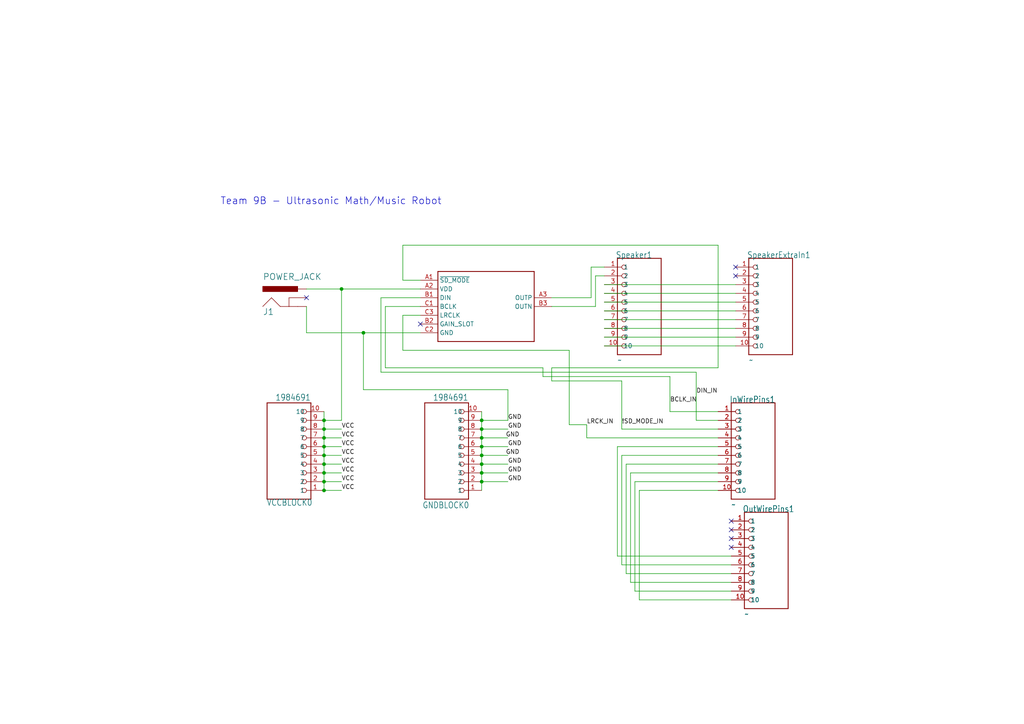
<source format=kicad_sch>
(kicad_sch (version 20231120) (generator "eeschema") (generator_version "8.0")
  (paper "A4")
  (lib_symbols
    (symbol "PCB Audio Schematic-eagle-import:1984691"
      (property "Reference" "J" (at -6.85 15.24 0))
      (symbol "1984691_1_0"
        (circle (center -4.445 -10.16) (radius 0.635) (stroke (width 0.1524)))
        (circle (center -4.445 -7.62) (radius 0.635) (stroke (width 0.1524)))
        (circle (center -4.445 -5.08) (radius 0.635) (stroke (width 0.1524)))
        (circle (center -4.445 -2.54) (radius 0.635) (stroke (width 0.1524)))
        (circle (center -4.445 0) (radius 0.635) (stroke (width 0.1524)))
        (circle (center -4.445 2.54) (radius 0.635) (stroke (width 0.1524)))
        (circle (center -4.445 5.08) (radius 0.635) (stroke (width 0.1524)))
        (circle (center -4.445 7.62) (radius 0.635) (stroke (width 0.1524)))
        (circle (center -4.445 10.16) (radius 0.635) (stroke (width 0.1524)))
        (circle (center -4.445 12.7) (radius 0.635) (stroke (width 0.1524)))
        (polyline (pts (xy -6.35 -12.7) (xy -6.35 15.24)) (stroke (width 0.254)))
        (polyline (pts (xy -6.35 15.24) (xy 6.35 15.24)) (stroke (width 0.254)))
        (polyline (pts (xy 6.35 -12.7) (xy -6.35 -12.7)) (stroke (width 0.254)))
        (polyline (pts (xy 6.35 15.24) (xy 6.35 -12.7)) (stroke (width 0.254)))
        (pin passive line (at -10.16 12.7 0) (length 5.08) (name "1") (number "1"))
        (pin passive line (at -10.16 -10.16 0) (length 5.08) (name "10") (number "10"))
        (pin passive line (at -10.16 10.16 0) (length 5.08) (name "2") (number "2"))
        (pin passive line (at -10.16 7.62 0) (length 5.08) (name "3") (number "3"))
        (pin passive line (at -10.16 5.08 0) (length 5.08) (name "4") (number "4"))
        (pin passive line (at -10.16 2.54 0) (length 5.08) (name "5") (number "5"))
        (pin passive line (at -10.16 0 0) (length 5.08) (name "6") (number "6"))
        (pin passive line (at -10.16 -2.54 0) (length 5.08) (name "7") (number "7"))
        (pin passive line (at -10.16 -5.08 0) (length 5.08) (name "8") (number "8"))
        (pin passive line (at -10.16 -7.62 0) (length 5.08) (name "9") (number "9"))
      )
    )
    (symbol "PCB Audio Schematic-eagle-import:MAX98357A"
      (symbol "MAX98357A_1_0"
        (polyline (pts (xy -12.7 -10.16) (xy 15.24 -10.16)) (stroke (width 0.254)))
        (polyline (pts (xy -12.7 10.16) (xy -12.7 -10.16)) (stroke (width 0.254)))
        (polyline (pts (xy 15.24 -10.16) (xy 15.24 10.16)) (stroke (width 0.254)))
        (polyline (pts (xy 15.24 10.16) (xy -12.7 10.16)) (stroke (width 0.254)))
        (pin bidirectional line (at -17.78 7.62 0) (length 5.08) (name "~{SD_MODE}") (number "A1"))
        (pin bidirectional line (at -17.78 5.08 0) (length 5.08) (name "VDD") (number "A2"))
        (pin bidirectional line (at 20.32 2.54 180) (length 5.08) (name "OUTP") (number "A3"))
        (pin bidirectional line (at -17.78 2.54 0) (length 5.08) (name "DIN") (number "B1"))
        (pin bidirectional line (at -17.78 -5.08 0) (length 5.08) (name "GAIN_SLOT") (number "B2"))
        (pin bidirectional line (at 20.32 0 180) (length 5.08) (name "OUTN") (number "B3"))
        (pin bidirectional line (at -17.78 0 0) (length 5.08) (name "BCLK") (number "C1"))
        (pin bidirectional line (at -17.78 -7.62 0) (length 5.08) (name "GND") (number "C2"))
        (pin bidirectional line (at -17.78 -2.54 0) (length 5.08) (name "LRCLK") (number "C3"))
      )
    )
    (symbol "PCB Audio Schematic-eagle-import:POWER_JACK"
      (symbol "POWER_JACK_1_0"
        (rectangle (start -10.16 6.858) (end 0 8.382) (fill (type outline)))
        (polyline (pts (xy -10.16 2.54) (xy -7.62 5.08)) (stroke (width 0.1524)))
        (polyline (pts (xy -7.62 5.08) (xy -5.08 2.54)) (stroke (width 0.1524)))
        (polyline (pts (xy -5.08 2.54) (xy -2.54 2.54)) (stroke (width 0.1524)))
        (polyline (pts (xy -2.54 2.54) (xy -2.54 5.08)) (stroke (width 0.1524)))
        (polyline (pts (xy -2.54 2.54) (xy 0 2.54)) (stroke (width 0.1524)))
        (polyline (pts (xy -2.54 5.08) (xy 0 5.08)) (stroke (width 0.1524)))
        (pin bidirectional line (at 2.54 2.54 180) (length 2.54) (name "GND") (number "GND"))
        (pin bidirectional line (at 2.54 5.08 180) (length 2.54) (name "GNDBREAK") (number "GNDBREAK"))
        (pin bidirectional line (at 2.54 7.62 180) (length 2.54) (name "PWR") (number "PWR"))
      )
    )
  )
  (junction (at 139.7 137.16))
  (junction (at 139.7 129.54))
  (junction (at 139.7 134.62))
  (junction (at 139.7 132.08))
  (junction (at 93.98 124.46))
  (junction (at 99.06 83.82))
  (junction (at 93.98 132.08))
  (junction (at 93.98 139.7))
  (junction (at 93.98 129.54))
  (junction (at 139.7 121.92))
  (junction (at 93.98 127))
  (junction (at 105.41 96.52))
  (junction (at 139.7 127))
  (junction (at 93.98 134.62))
  (junction (at 93.98 121.92))
  (junction (at 139.7 139.7))
  (junction (at 93.98 142.24))
  (junction (at 139.7 124.46))
  (junction (at 93.98 137.16))
  (no_connect (at 121.92 93.98))
  (no_connect (at 212.09 153.67))
  (no_connect (at 88.9 86.36))
  (no_connect (at 212.09 156.21))
  (no_connect (at 213.36 77.47))
  (no_connect (at 212.09 151.13))
  (no_connect (at 213.36 80.01))
  (no_connect (at 212.09 158.75))
  (wire (pts (xy 147.32 137.16) (xy 139.7 137.16)) (stroke (width 0.1524)))
  (wire (pts (xy 180.34 110.49) (xy 160.02 110.49)))
  (wire (pts (xy 175.26 97.79) (xy 213.36 97.79)))
  (wire (pts (xy 165.1 101.6) (xy 165.1 123.19)) (stroke (width 0.1524)))
  (wire (pts (xy 165.1 123.19) (xy 170.18 123.19)) (stroke (width 0.1524)))
  (wire (pts (xy 121.92 88.9) (xy 111.76 88.9)) (stroke (width 0.1524)))
  (wire (pts (xy 208.28 124.46) (xy 180.34 124.46)))
  (wire (pts (xy 184.15 171.45) (xy 184.15 139.7)))
  (wire (pts (xy 172.72 80.01) (xy 175.26 80.01)))
  (wire (pts (xy 157.48 106.68) (xy 111.76 106.68)) (stroke (width 0.1524)))
  (wire (pts (xy 171.45 77.47) (xy 175.26 77.47)))
  (wire (pts (xy 212.09 163.83) (xy 180.34 163.83)))
  (wire (pts (xy 160.02 88.9) (xy 172.72 88.9)))
  (wire (pts (xy 116.84 81.28) (xy 116.84 71.12)) (stroke (width 0.1524)))
  (wire (pts (xy 88.9 83.82) (xy 99.06 83.82)) (stroke (width 0.1524)))
  (wire (pts (xy 180.34 163.83) (xy 180.34 132.08)))
  (wire (pts (xy 93.98 134.62) (xy 93.98 137.16)) (stroke (width 0.1524)))
  (wire (pts (xy 139.7 139.7) (xy 139.7 142.24)) (stroke (width 0.1524)))
  (wire (pts (xy 175.26 100.33) (xy 213.36 100.33)))
  (wire (pts (xy 110.49 107.95) (xy 201.93 107.95)))
  (wire (pts (xy 181.61 134.62) (xy 208.28 134.62)))
  (wire (pts (xy 208.28 106.68) (xy 160.02 106.68)) (stroke (width 0.1524)))
  (wire (pts (xy 121.92 91.44) (xy 116.84 91.44)) (stroke (width 0.1524)))
  (wire (pts (xy 93.98 121.92) (xy 93.98 124.46)) (stroke (width 0.1524)))
  (wire (pts (xy 99.06 129.54) (xy 93.98 129.54)) (stroke (width 0.1524)))
  (wire (pts (xy 184.15 139.7) (xy 208.28 139.7)))
  (wire (pts (xy 121.92 81.28) (xy 116.84 81.28)) (stroke (width 0.1524)))
  (wire (pts (xy 175.26 82.55) (xy 213.36 82.55)))
  (wire (pts (xy 170.18 127) (xy 208.28 127)) (stroke (width 0.1524)))
  (wire (pts (xy 99.06 134.62) (xy 93.98 134.62)) (stroke (width 0.1524)))
  (wire (pts (xy 180.34 110.49) (xy 180.34 124.46)))
  (wire (pts (xy 93.98 137.16) (xy 93.98 139.7)) (stroke (width 0.1524)))
  (wire (pts (xy 212.09 166.37) (xy 181.61 166.37)))
  (wire (pts (xy 139.7 132.08) (xy 139.7 134.62)) (stroke (width 0.1524)))
  (wire (pts (xy 147.32 134.62) (xy 139.7 134.62)) (stroke (width 0.1524)))
  (wire (pts (xy 110.49 86.36) (xy 110.49 107.95)))
  (wire (pts (xy 105.41 113.03) (xy 147.32 113.03)) (stroke (width 0.1524)))
  (wire (pts (xy 179.07 161.29) (xy 179.07 129.54)))
  (wire (pts (xy 139.7 127) (xy 139.7 129.54)) (stroke (width 0.1524)))
  (wire (pts (xy 201.93 107.95) (xy 201.93 121.92)))
  (wire (pts (xy 147.32 121.92) (xy 139.7 121.92)) (stroke (width 0.1524)))
  (wire (pts (xy 185.42 173.99) (xy 185.42 142.24)))
  (wire (pts (xy 180.34 132.08) (xy 208.28 132.08)))
  (wire (pts (xy 99.06 83.82) (xy 121.92 83.82)) (stroke (width 0.1524)))
  (wire (pts (xy 93.98 119.38) (xy 93.98 121.92)) (stroke (width 0.1524)))
  (wire (pts (xy 194.31 109.22) (xy 157.48 109.22)))
  (wire (pts (xy 175.26 85.09) (xy 213.36 85.09)))
  (wire (pts (xy 175.26 92.71) (xy 213.36 92.71)))
  (wire (pts (xy 93.98 129.54) (xy 93.98 132.08)) (stroke (width 0.1524)))
  (wire (pts (xy 175.26 90.17) (xy 213.36 90.17)))
  (wire (pts (xy 194.31 119.38) (xy 208.28 119.38)))
  (wire (pts (xy 157.48 109.22) (xy 157.48 106.68)) (stroke (width 0.1524)))
  (wire (pts (xy 147.32 124.46) (xy 139.7 124.46)) (stroke (width 0.1524)))
  (wire (pts (xy 172.72 88.9) (xy 172.72 80.01)))
  (wire (pts (xy 105.41 96.52) (xy 105.41 113.03)) (stroke (width 0.1524)))
  (wire (pts (xy 99.06 127) (xy 93.98 127)) (stroke (width 0.1524)))
  (wire (pts (xy 170.18 123.19) (xy 170.18 127)) (stroke (width 0.1524)))
  (wire (pts (xy 139.7 119.38) (xy 139.7 121.92)) (stroke (width 0.1524)))
  (wire (pts (xy 175.26 87.63) (xy 213.36 87.63)))
  (wire (pts (xy 139.7 137.16) (xy 139.7 139.7)) (stroke (width 0.1524)))
  (wire (pts (xy 111.76 106.68) (xy 111.76 88.9)) (stroke (width 0.1524)))
  (wire (pts (xy 147.32 127) (xy 139.7 127)) (stroke (width 0.1524)))
  (wire (pts (xy 147.32 139.7) (xy 139.7 139.7)) (stroke (width 0.1524)))
  (wire (pts (xy 99.06 121.92) (xy 93.98 121.92)) (stroke (width 0.1524)))
  (wire (pts (xy 88.9 96.52) (xy 105.41 96.52)) (stroke (width 0.1524)))
  (wire (pts (xy 185.42 142.24) (xy 208.28 142.24)))
  (wire (pts (xy 116.84 91.44) (xy 116.84 101.6)) (stroke (width 0.1524)))
  (wire (pts (xy 105.41 96.52) (xy 121.92 96.52)) (stroke (width 0.1524)))
  (wire (pts (xy 139.7 124.46) (xy 139.7 127)) (stroke (width 0.1524)))
  (wire (pts (xy 147.32 132.08) (xy 139.7 132.08)) (stroke (width 0.1524)))
  (wire (pts (xy 208.28 71.12) (xy 208.28 106.68)) (stroke (width 0.1524)))
  (wire (pts (xy 99.06 142.24) (xy 93.98 142.24)) (stroke (width 0.1524)))
  (wire (pts (xy 139.7 134.62) (xy 139.7 137.16)) (stroke (width 0.1524)))
  (wire (pts (xy 99.06 124.46) (xy 93.98 124.46)) (stroke (width 0.1524)))
  (wire (pts (xy 175.26 95.25) (xy 213.36 95.25)))
  (wire (pts (xy 179.07 129.54) (xy 208.28 129.54)))
  (wire (pts (xy 194.31 119.38) (xy 194.31 109.22)))
  (wire (pts (xy 160.02 86.36) (xy 171.45 86.36)))
  (wire (pts (xy 212.09 161.29) (xy 179.07 161.29)))
  (wire (pts (xy 181.61 166.37) (xy 181.61 134.62)))
  (wire (pts (xy 116.84 71.12) (xy 208.28 71.12)) (stroke (width 0.1524)))
  (wire (pts (xy 99.06 137.16) (xy 93.98 137.16)) (stroke (width 0.1524)))
  (wire (pts (xy 160.02 106.68) (xy 160.02 110.49)) (stroke (width 0.1524)))
  (wire (pts (xy 201.93 121.92) (xy 208.28 121.92)))
  (wire (pts (xy 93.98 124.46) (xy 93.98 127)) (stroke (width 0.1524)))
  (wire (pts (xy 88.9 88.9) (xy 88.9 96.52)) (stroke (width 0.1524)))
  (wire (pts (xy 182.88 168.91) (xy 182.88 137.16)))
  (wire (pts (xy 212.09 173.99) (xy 185.42 173.99)))
  (wire (pts (xy 182.88 137.16) (xy 208.28 137.16)))
  (wire (pts (xy 147.32 113.03) (xy 147.32 121.92)) (stroke (width 0.1524)))
  (wire (pts (xy 99.06 83.82) (xy 99.06 121.92)) (stroke (width 0.1524)))
  (wire (pts (xy 99.06 139.7) (xy 93.98 139.7)) (stroke (width 0.1524)))
  (wire (pts (xy 212.09 171.45) (xy 184.15 171.45)))
  (wire (pts (xy 147.32 129.54) (xy 139.7 129.54)) (stroke (width 0.1524)))
  (wire (pts (xy 99.06 132.08) (xy 93.98 132.08)) (stroke (width 0.1524)))
  (wire (pts (xy 212.09 168.91) (xy 182.88 168.91)))
  (wire (pts (xy 171.45 86.36) (xy 171.45 77.47)))
  (wire (pts (xy 93.98 127) (xy 93.98 129.54)) (stroke (width 0.1524)))
  (wire (pts (xy 93.98 139.7) (xy 93.98 142.24)) (stroke (width 0.1524)))
  (wire (pts (xy 116.84 101.6) (xy 165.1 101.6)) (stroke (width 0.1524)))
  (wire (pts (xy 139.7 129.54) (xy 139.7 132.08)) (stroke (width 0.1524)))
  (wire (pts (xy 121.92 86.36) (xy 110.49 86.36)))
  (wire (pts (xy 93.98 132.08) (xy 93.98 134.62)) (stroke (width 0.1524)))
  (wire (pts (xy 139.7 121.92) (xy 139.7 124.46)) (stroke (width 0.1524)))
  (text "Team 9B - Ultrasonic Math/Music Robot" (at 96.012 58.42 0) (effects (font (size 2.032 2.032))))
  (label "LRCK_IN" (at 170.18 123.19 0) (effects (font (size 1.2446 1.2446))))
  (label "GND" (at 147.32 129.54 0) (effects (font (size 1.2446 1.2446))))
  (label "GND" (at 147.32 139.7 0) (effects (font (size 1.2446 1.2446))))
  (label "VCC" (at 99.06 134.62 0) (effects (font (size 1.2446 1.2446))))
  (label "DIN_IN" (at 201.93 114.3 0) (effects (font (size 1.2446 1.2446))))
  (label "!SD_MODE_IN" (at 180.34 123.19 0) (effects (font (size 1.2446 1.2446))))
  (label "GND" (at 146.685 132.08 0) (effects (font (size 1.2446 1.2446))))
  (label "VCC" (at 99.06 137.16 0) (effects (font (size 1.2446 1.2446))))
  (label "GND" (at 147.32 134.62 0) (effects (font (size 1.2446 1.2446))))
  (label "BCLK_IN" (at 194.31 116.84 0) (effects (font (size 1.2446 1.2446))))
  (label "GND" (at 147.32 137.16 0) (effects (font (size 1.2446 1.2446))))
  (label "GND" (at 147.32 124.46 0) (effects (font (size 1.2446 1.2446))))
  (label "VCC" (at 99.06 142.24 0) (effects (font (size 1.2446 1.2446))))
  (label "VCC" (at 99.06 127 0) (effects (font (size 1.2446 1.2446))))
  (label "VCC" (at 99.06 139.7 0) (effects (font (size 1.2446 1.2446))))
  (label "VCC" (at 99.06 132.08 0) (effects (font (size 1.2446 1.2446))))
  (label "VCC" (at 99.06 129.54 0) (effects (font (size 1.2446 1.2446))))
  (label "VCC" (at 99.06 124.46 0) (effects (font (size 1.2446 1.2446))))
  (label "GND" (at 146.685 127 0) (effects (font (size 1.2446 1.2446))))
  (label "GND" (at 147.32 121.92 0) (effects (font (size 1.2446 1.2446))))
  (symbol (lib_id "PCB Audio Schematic-eagle-import:1984691") (at 83.82 129.54 180) (unit 1)
    (property "Reference" "VCCBLOCK0" (at 90.67 144.78 0) (effects (font (size 1.778 1.5113)) (justify left bottom)))
    (property "Value" "1984691" (at 90.17 114.3 0) (effects (font (size 1.778 1.5113)) (justify left bottom)))
    (property "Footprint" "PCB Audio Schematic:PHOENIX_1984691" (effects (hide yes)))
  )
  (symbol (lib_id "PCB Audio Schematic-eagle-import:MAX98357A") (at 139.7 88.9 0) (unit 1)
    (property "Reference" "U1" (effects (hide yes)))
    (property "Value" "MAX98357A" (effects (hide yes)))
    (property "Footprint" "PCB Audio Schematic:MAX98357A" (effects (hide yes)))
  )
  (symbol (lib_id "PCB Audio Schematic-eagle-import:1984691") (at 185.42 90.17 0) (unit 1)
    (property "Reference" "Speaker1" (at 178.57 74.93 0) (effects (font (size 1.778 1.5113)) (justify left bottom)))
    (property "Value" "~" (at 179.07 105.41 0) (effects (font (size 1.778 1.5113)) (justify left bottom)))
    (property "Footprint" "PCB Audio Schematic:PHOENIX_1984691" (effects (hide yes)))
  )
  (symbol (lib_id "PCB Audio Schematic-eagle-import:1984691") (at 223.52 90.17 0) (unit 1)
    (property "Reference" "SpeakerExtraIn1" (at 216.67 74.93 0) (effects (font (size 1.778 1.5113)) (justify left bottom)))
    (property "Value" "~" (at 217.17 105.41 0) (effects (font (size 1.778 1.5113)) (justify left bottom)))
    (property "Footprint" "PCB Audio Schematic:PHOENIX_1984691" (effects (hide yes)))
  )
  (symbol (lib_id "PCB Audio Schematic-eagle-import:POWER_JACK") (at 86.36 91.44 0) (unit 1)
    (property "Reference" "J1" (at 76.2 91.44 0) (effects (font (size 1.778 1.778)) (justify left bottom)))
    (property "Value" "POWER_JACK" (at 76.2 81.28 0) (effects (font (size 1.778 1.778)) (justify left bottom)))
    (property "Footprint" "PCB Audio Schematic:POWER_JACK" (effects (hide yes)))
  )
  (symbol (lib_id "PCB Audio Schematic-eagle-import:1984691") (at 218.44 132.08 0) (unit 1)
    (property "Reference" "InWirePins1" (at 211.59 116.84 0) (effects (font (size 1.778 1.5113)) (justify left bottom)))
    (property "Value" "~" (at 212.09 147.32 0) (effects (font (size 1.778 1.5113)) (justify left bottom)))
    (property "Footprint" "PCB Audio Schematic:PHOENIX_1984691" (effects (hide yes)))
  )
  (symbol (lib_id "PCB Audio Schematic-eagle-import:1984691") (at 222.25 163.83 0) (unit 1)
    (property "Reference" "OutWirePins1" (at 215.4 148.59 0) (effects (font (size 1.778 1.5113)) (justify left bottom)))
    (property "Value" "~" (at 215.9 179.07 0) (effects (font (size 1.778 1.5113)) (justify left bottom)))
    (property "Footprint" "PCB Audio Schematic:PHOENIX_1984691" (effects (hide yes)))
  )
  (symbol (lib_id "PCB Audio Schematic-eagle-import:1984691") (at 129.54 129.54 180) (unit 1)
    (property "Reference" "GNDBLOCK0" (at 136.144 145.542 0) (effects (font (size 1.778 1.5113)) (justify left bottom)))
    (property "Value" "1984691" (at 135.89 114.3 0) (effects (font (size 1.778 1.5113)) (justify left bottom)))
    (property "Footprint" "PCB Audio Schematic:PHOENIX_1984691" (effects (hide yes)))
  )
)
</source>
